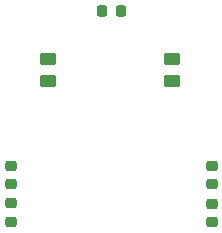
<source format=gtp>
G04 #@! TF.GenerationSoftware,KiCad,Pcbnew,(6.0.0)*
G04 #@! TF.CreationDate,2021-12-31T14:26:10+01:00*
G04 #@! TF.ProjectId,marklin-v100-led-front-pcb,6d61726b-6c69-46e2-9d76-3130302d6c65,0.1*
G04 #@! TF.SameCoordinates,Original*
G04 #@! TF.FileFunction,Paste,Top*
G04 #@! TF.FilePolarity,Positive*
%FSLAX46Y46*%
G04 Gerber Fmt 4.6, Leading zero omitted, Abs format (unit mm)*
G04 Created by KiCad (PCBNEW (6.0.0)) date 2021-12-31 14:26:10*
%MOMM*%
%LPD*%
G01*
G04 APERTURE LIST*
G04 Aperture macros list*
%AMRoundRect*
0 Rectangle with rounded corners*
0 $1 Rounding radius*
0 $2 $3 $4 $5 $6 $7 $8 $9 X,Y pos of 4 corners*
0 Add a 4 corners polygon primitive as box body*
4,1,4,$2,$3,$4,$5,$6,$7,$8,$9,$2,$3,0*
0 Add four circle primitives for the rounded corners*
1,1,$1+$1,$2,$3*
1,1,$1+$1,$4,$5*
1,1,$1+$1,$6,$7*
1,1,$1+$1,$8,$9*
0 Add four rect primitives between the rounded corners*
20,1,$1+$1,$2,$3,$4,$5,0*
20,1,$1+$1,$4,$5,$6,$7,0*
20,1,$1+$1,$6,$7,$8,$9,0*
20,1,$1+$1,$8,$9,$2,$3,0*%
G04 Aperture macros list end*
%ADD10RoundRect,0.250000X-0.450000X0.262500X-0.450000X-0.262500X0.450000X-0.262500X0.450000X0.262500X0*%
%ADD11RoundRect,0.218750X-0.218750X-0.256250X0.218750X-0.256250X0.218750X0.256250X-0.218750X0.256250X0*%
%ADD12RoundRect,0.218750X0.256250X-0.218750X0.256250X0.218750X-0.256250X0.218750X-0.256250X-0.218750X0*%
%ADD13RoundRect,0.218750X-0.256250X0.218750X-0.256250X-0.218750X0.256250X-0.218750X0.256250X0.218750X0*%
%ADD14RoundRect,0.250000X0.450000X-0.262500X0.450000X0.262500X-0.450000X0.262500X-0.450000X-0.262500X0*%
G04 APERTURE END LIST*
D10*
X98640000Y-65245000D03*
X98640000Y-67070000D03*
D11*
X103265000Y-61157500D03*
X104840000Y-61157500D03*
D12*
X95540000Y-75832500D03*
X95540000Y-74257500D03*
D13*
X112540000Y-74270000D03*
X112540000Y-75845000D03*
D12*
X95540000Y-78982500D03*
X95540000Y-77407500D03*
D13*
X112540000Y-77470000D03*
X112540000Y-79045000D03*
D14*
X109140000Y-67070000D03*
X109140000Y-65245000D03*
M02*

</source>
